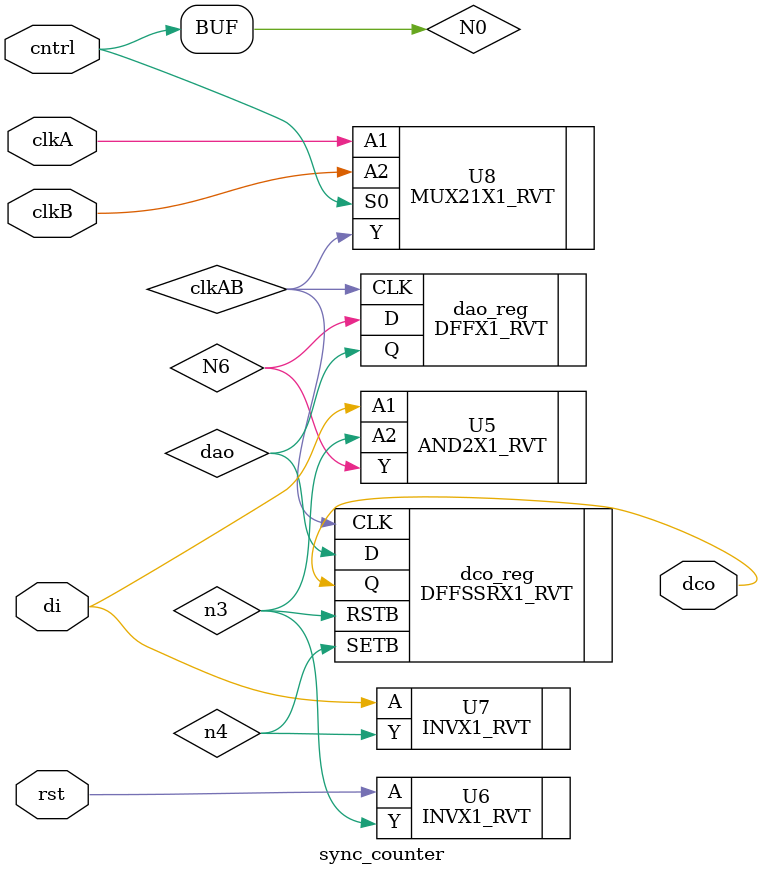
<source format=v>


module sync_counter ( clkA, clkB, rst, cntrl, di, dco );
  input clkA, clkB, rst, cntrl, di;
  output dco;
  wire   N0, clkAB, dao, N6, n3, n4;
  assign N0 = cntrl;

  DFFX1_RVT dao_reg ( .D(N6), .CLK(clkAB), .Q(dao) );
  DFFSSRX1_RVT dco_reg ( .D(dao), .SETB(n4), .RSTB(n3), .CLK(clkAB), .Q(dco)
         );
  AND2X1_RVT U5 ( .A1(di), .A2(n3), .Y(N6) );
  INVX1_RVT U6 ( .A(rst), .Y(n3) );
  INVX1_RVT U7 ( .A(di), .Y(n4) );
  MUX21X1_RVT U8 ( .A1(clkA), .A2(clkB), .S0(N0), .Y(clkAB) );
endmodule


</source>
